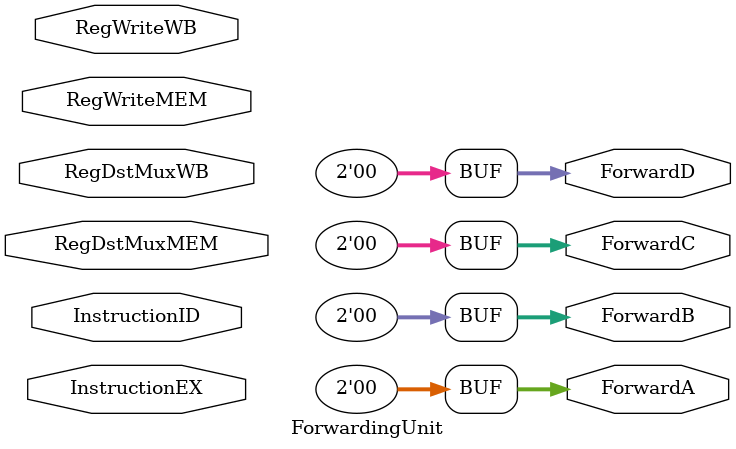
<source format=v>
`timescale 1ns / 1ps


module ForwardingUnit (
    RegWriteMEM,
    RegWriteWB,
    RegDstMuxMEM,
    RegDstMuxWB,
    InstructionID,
    InstructionEX,
    ForwardA,
    ForwardB,
    ForwardC,
    ForwardD
);

  input RegWriteMEM, RegWriteWB;
  input [4:0] RegDstMuxMEM, RegDstMuxWB;
  input [31:0] InstructionID, InstructionEX;

  output reg [1:0] ForwardA, ForwardB, ForwardC, ForwardD;

  always @(*) begin
    ForwardA <= 2'b00;
    ForwardB <= 2'b00;
    ForwardC <= 2'b00;
    ForwardD <= 2'b00;

    /*//Fowarding for rs from WB Stage to EX Stage
    if ((RegWriteWB == 1'b1) && (RegDstMuxWB == InstructionEX[25:21])) begin
      ForwardA <= 2'b10;
    end
    //Fowarding for rs from MEM Stage to EX Stage
    if ((RegWriteMEM == 1'b1) && (RegDstMuxMEM == InstructionEX[25:21])) begin
      ForwardA <= 2'b01;
    end

    //Fowarding for rt from WB Stage to EX Stage
    if ((RegWriteWB == 1'b1) && (RegDstMuxWB == InstructionEX[20:16])) begin
      ForwardB <= 2'b10;
    end
    //Fowarding for rt from MEM Stage to EX Stage
    if ((RegWriteMEM == 1'b1) && (RegDstMuxMEM == InstructionEX[20:16])) begin
      ForwardB <= 2'b01;
    end

    //Fowarding for rs from WB Stage to DEC Stage
    if ((RegWriteWB == 1'b1) && (RegDstMuxWB == InstructionID[25:21])) begin
      ForwardC <= 2'b10;
    end
    //Fowarding for rs from MEM Stage to DEC Stage
    if ((RegWriteMEM == 1'b1) && (RegDstMuxMEM == InstructionID[25:21])) begin
      ForwardC <= 2'b01;
    end

    //Fowarding for rt from WB Stage to DEC Stage
    if ((RegWriteWB == 1'b1) && (RegDstMuxWB == InstructionID[20:16])) begin
      ForwardD <= 2'b10;
    end
    //Fowarding for rt from MEM Stage to DEC Stage
    if ((RegWriteMEM == 1'b1) && (RegDstMuxMEM == InstructionID[20:16])) begin
      ForwardD <= 2'b01;
    end*/

  end
endmodule

</source>
